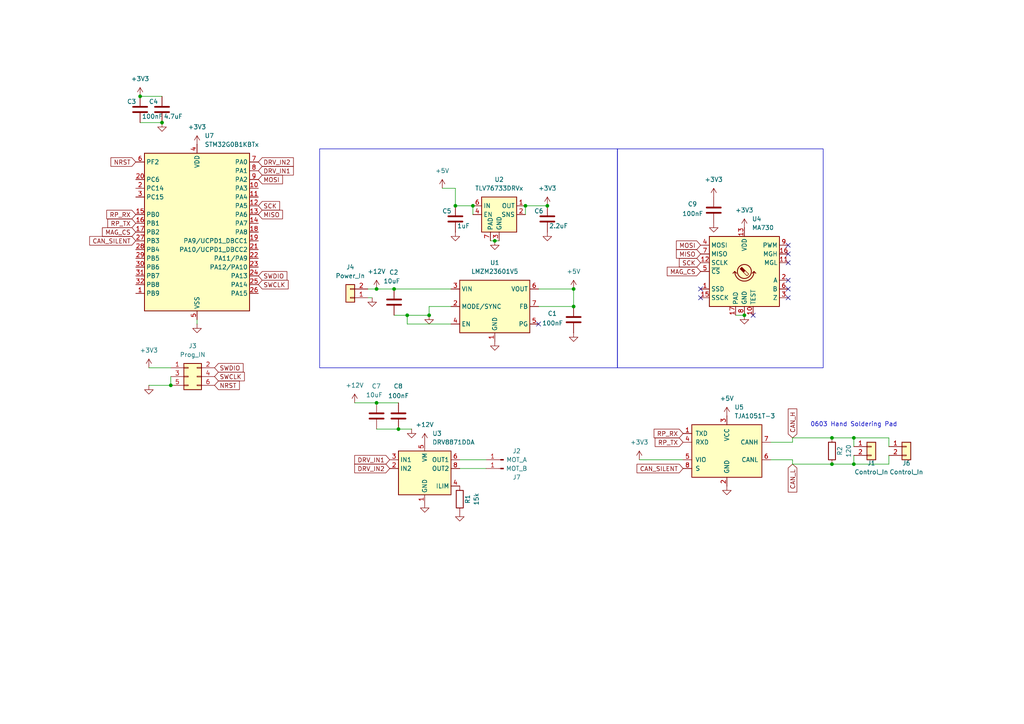
<source format=kicad_sch>
(kicad_sch (version 20231120) (generator "eeschema") (generator_version "8.0")
  (paper "A4")
  (lib_symbols
    (symbol "Connector:Conn_01x01_Pin" (pin_names (offset 1.016) hide)
      (property "Reference" "J" (at 0 2.54 0))
      (property "Value" "Conn_01x01_Pin" (at 0 -2.54 0))
      (symbol "Conn_01x01_Pin_1_1"
        (polyline (pts (xy 1.27 0) (xy 0.8636 0)) (stroke (width 0.1524)))
        (rectangle (start 0.8636 0.127) (end 0 -0.127) (stroke (width 0.1524)) (fill (type outline)))
        (pin passive line (at 5.08 0 180) (length 3.81) (name "Pin_1") (number "1"))
      )
    )
    (symbol "Connector_Generic:Conn_01x02" (pin_names (offset 1.016) hide)
      (property "Reference" "J" (at 0 2.54 0))
      (property "Value" "Conn_01x02" (at 0 -5.08 0))
      (symbol "Conn_01x02_1_1"
        (rectangle (start -1.27 -2.413) (end 0 -2.667) (stroke (width 0.1524)))
        (rectangle (start -1.27 0.127) (end 0 -0.127) (stroke (width 0.1524)))
        (rectangle (start -1.27 1.27) (end 1.27 -3.81) (stroke (width 0.254)) (fill (type background)))
        (pin passive line (at -5.08 0 0) (length 3.81) (name "Pin_1") (number "1"))
        (pin passive line (at -5.08 -2.54 0) (length 3.81) (name "Pin_2") (number "2"))
      )
    )
    (symbol "Connector_Generic:Conn_02x03_Odd_Even" (pin_names (offset 1.016) hide)
      (property "Reference" "J" (at 1.27 5.08 0))
      (property "Value" "Conn_02x03_Odd_Even" (at 1.27 -5.08 0))
      (symbol "Conn_02x03_Odd_Even_1_1"
        (rectangle (start -1.27 -2.413) (end 0 -2.667) (stroke (width 0.1524)))
        (rectangle (start -1.27 0.127) (end 0 -0.127) (stroke (width 0.1524)))
        (rectangle (start -1.27 2.667) (end 0 2.413) (stroke (width 0.1524)))
        (rectangle (start -1.27 3.81) (end 3.81 -3.81) (stroke (width 0.254)) (fill (type background)))
        (rectangle (start 3.81 -2.413) (end 2.54 -2.667) (stroke (width 0.1524)))
        (rectangle (start 3.81 0.127) (end 2.54 -0.127) (stroke (width 0.1524)))
        (rectangle (start 3.81 2.667) (end 2.54 2.413) (stroke (width 0.1524)))
        (pin passive line (at -5.08 2.54 0) (length 3.81) (name "Pin_1") (number "1"))
        (pin passive line (at 7.62 2.54 180) (length 3.81) (name "Pin_2") (number "2"))
        (pin passive line (at -5.08 0 0) (length 3.81) (name "Pin_3") (number "3"))
        (pin passive line (at 7.62 0 180) (length 3.81) (name "Pin_4") (number "4"))
        (pin passive line (at -5.08 -2.54 0) (length 3.81) (name "Pin_5") (number "5"))
        (pin passive line (at 7.62 -2.54 180) (length 3.81) (name "Pin_6") (number "6"))
      )
    )
    (symbol "Device:C" (pin_numbers hide) (pin_names (offset 0.254))
      (property "Reference" "C" (at 0.635 2.54 0))
      (property "Value" "C" (at 0.635 -2.54 0))
      (symbol "C_0_1"
        (polyline (pts (xy -2.032 -0.762) (xy 2.032 -0.762)) (stroke (width 0.508)))
        (polyline (pts (xy -2.032 0.762) (xy 2.032 0.762)) (stroke (width 0.508)))
      )
      (symbol "C_1_1"
        (pin passive line (at 0 3.81 270) (length 2.794) (name "~") (number "1"))
        (pin passive line (at 0 -3.81 90) (length 2.794) (name "~") (number "2"))
      )
    )
    (symbol "Device:R" (pin_numbers hide) (pin_names (offset 0))
      (property "Reference" "R" (at 2.032 0 90))
      (property "Value" "R" (at 0 0 90))
      (symbol "R_0_1"
        (rectangle (start -1.016 -2.54) (end 1.016 2.54) (stroke (width 0.254)))
      )
      (symbol "R_1_1"
        (pin passive line (at 0 3.81 270) (length 1.27) (name "~") (number "1"))
        (pin passive line (at 0 -3.81 90) (length 1.27) (name "~") (number "2"))
      )
    )
    (symbol "Driver_Motor:DRV8871DDA"
      (property "Reference" "U" (at -6.35 6.35 0))
      (property "Value" "DRV8871DDA" (at 8.89 6.35 0))
      (symbol "DRV8871DDA_0_1"
        (rectangle (start -7.62 5.08) (end 7.62 -7.62) (stroke (width 0.254)) (fill (type background)))
      )
      (symbol "DRV8871DDA_1_1"
        (pin power_in line (at 0 -10.16 90) (length 2.54) (name "GND") (number "1"))
        (pin input line (at -10.16 0 0) (length 2.54) (name "IN2") (number "2"))
        (pin input line (at -10.16 2.54 0) (length 2.54) (name "IN1") (number "3"))
        (pin passive line (at 10.16 -5.08 180) (length 2.54) (name "ILIM") (number "4"))
        (pin power_in line (at 0 7.62 270) (length 2.54) (name "VM") (number "5"))
        (pin output line (at 10.16 2.54 180) (length 2.54) (name "OUT1") (number "6"))
        (pin passive line (at 0 -10.16 90) (length 2.54) hide (name "GND") (number "7"))
        (pin output line (at 10.16 0 180) (length 2.54) (name "OUT2") (number "8"))
        (pin passive line (at 0 -10.16 90) (length 2.54) hide (name "GND") (number "9"))
      )
    )
    (symbol "Interface_CAN_LIN:TJA1051T-3" (pin_names (offset 1.016))
      (property "Reference" "U" (at -10.16 8.89 0))
      (property "Value" "TJA1051T-3" (at 1.27 8.89 0))
      (symbol "TJA1051T-3_0_1"
        (rectangle (start -10.16 7.62) (end 10.16 -7.62) (stroke (width 0.254)) (fill (type background)))
      )
      (symbol "TJA1051T-3_1_1"
        (pin input line (at -12.7 5.08 0) (length 2.54) (name "TXD") (number "1"))
        (pin power_in line (at 0 -10.16 90) (length 2.54) (name "GND") (number "2"))
        (pin power_in line (at 0 10.16 270) (length 2.54) (name "VCC") (number "3"))
        (pin output line (at -12.7 2.54 0) (length 2.54) (name "RXD") (number "4"))
        (pin power_in line (at -12.7 -2.54 0) (length 2.54) (name "VIO") (number "5"))
        (pin bidirectional line (at 12.7 -2.54 180) (length 2.54) (name "CANL") (number "6"))
        (pin bidirectional line (at 12.7 2.54 180) (length 2.54) (name "CANH") (number "7"))
        (pin input line (at -12.7 -5.08 0) (length 2.54) (name "S") (number "8"))
      )
    )
    (symbol "MCU_ST_STM32G0:STM32G0B1KBTx"
      (property "Reference" "U" (at -15.24 24.13 0))
      (property "Value" "STM32G0B1KBTx" (at 2.54 24.13 0))
      (symbol "STM32G0B1KBTx_0_1"
        (rectangle (start -15.24 -22.86) (end 15.24 22.86) (stroke (width 0.254)) (fill (type background)))
      )
      (symbol "STM32G0B1KBTx_1_1"
        (pin bidirectional line (at -17.78 -17.78 0) (length 2.54) (name "PB9") (number "1"))
        (pin bidirectional line (at 17.78 12.7 180) (length 2.54) (name "PA3") (number "10"))
        (pin bidirectional line (at 17.78 10.16 180) (length 2.54) (name "PA4") (number "11"))
        (pin bidirectional line (at 17.78 7.62 180) (length 2.54) (name "PA5") (number "12"))
        (pin bidirectional line (at 17.78 5.08 180) (length 2.54) (name "PA6") (number "13"))
        (pin bidirectional line (at 17.78 2.54 180) (length 2.54) (name "PA7") (number "14"))
        (pin bidirectional line (at -17.78 5.08 0) (length 2.54) (name "PB0") (number "15"))
        (pin bidirectional line (at -17.78 2.54 0) (length 2.54) (name "PB1") (number "16"))
        (pin bidirectional line (at -17.78 0 0) (length 2.54) (name "PB2") (number "17"))
        (pin bidirectional line (at 17.78 0 180) (length 2.54) (name "PA8") (number "18"))
        (pin bidirectional line (at 17.78 -2.54 180) (length 2.54) (name "PA9/UCPD1_DBCC1") (number "19"))
        (pin bidirectional line (at -17.78 12.7 0) (length 2.54) (name "PC14") (number "2"))
        (pin bidirectional line (at -17.78 15.24 0) (length 2.54) (name "PC6") (number "20"))
        (pin bidirectional line (at 17.78 -5.08 180) (length 2.54) (name "PA10/UCPD1_DBCC2") (number "21"))
        (pin bidirectional line (at 17.78 -7.62 180) (length 2.54) (name "PA11/PA9") (number "22"))
        (pin bidirectional line (at 17.78 -10.16 180) (length 2.54) (name "PA12/PA10") (number "23"))
        (pin bidirectional line (at 17.78 -12.7 180) (length 2.54) (name "PA13") (number "24"))
        (pin bidirectional line (at 17.78 -15.24 180) (length 2.54) (name "PA14") (number "25"))
        (pin bidirectional line (at 17.78 -17.78 180) (length 2.54) (name "PA15") (number "26"))
        (pin bidirectional line (at -17.78 -2.54 0) (length 2.54) (name "PB3") (number "27"))
        (pin bidirectional line (at -17.78 -5.08 0) (length 2.54) (name "PB4") (number "28"))
        (pin bidirectional line (at -17.78 -7.62 0) (length 2.54) (name "PB5") (number "29"))
        (pin bidirectional line (at -17.78 10.16 0) (length 2.54) (name "PC15") (number "3"))
        (pin bidirectional line (at -17.78 -10.16 0) (length 2.54) (name "PB6") (number "30"))
        (pin bidirectional line (at -17.78 -12.7 0) (length 2.54) (name "PB7") (number "31"))
        (pin bidirectional line (at -17.78 -15.24 0) (length 2.54) (name "PB8") (number "32"))
        (pin power_in line (at 0 25.4 270) (length 2.54) (name "VDD") (number "4"))
        (pin power_in line (at 0 -25.4 90) (length 2.54) (name "VSS") (number "5"))
        (pin bidirectional line (at -17.78 20.32 0) (length 2.54) (name "PF2") (number "6"))
        (pin bidirectional line (at 17.78 20.32 180) (length 2.54) (name "PA0") (number "7"))
        (pin bidirectional line (at 17.78 17.78 180) (length 2.54) (name "PA1") (number "8"))
        (pin bidirectional line (at 17.78 15.24 180) (length 2.54) (name "PA2") (number "9"))
      )
    )
    (symbol "Regulator_Linear:TLV76733DRVx"
      (property "Reference" "U" (at 0 8.89 0))
      (property "Value" "TLV76733DRVx" (at 0 6.35 0))
      (symbol "TLV76733DRVx_0_1"
        (rectangle (start -5.08 -5.08) (end 5.08 5.08) (stroke (width 0.254)) (fill (type background)))
      )
      (symbol "TLV76733DRVx_1_1"
        (pin power_out line (at 7.62 2.54 180) (length 2.54) (name "OUT") (number "1"))
        (pin input line (at 7.62 0 180) (length 2.54) (name "SNS") (number "2"))
        (pin power_in line (at 0 -7.62 90) (length 2.54) (name "GND") (number "3"))
        (pin input line (at -7.62 0 0) (length 2.54) (name "EN") (number "4"))
        (pin passive line (at 0 -7.62 90) (length 2.54) hide (name "GND") (number "5"))
        (pin power_in line (at -7.62 2.54 0) (length 2.54) (name "IN") (number "6"))
        (pin passive line (at -2.54 -7.62 90) (length 2.54) (name "PAD") (number "7"))
      )
    )
    (symbol "Regulator_Switching:LMZM23601V5"
      (property "Reference" "U" (at -8.89 8.89 0))
      (property "Value" "LMZM23601V5" (at 6.35 8.89 0))
      (symbol "LMZM23601V5_0_1"
        (rectangle (start -10.16 7.62) (end 10.16 -7.62) (stroke (width 0.254)) (fill (type background)))
      )
      (symbol "LMZM23601V5_1_1"
        (pin power_in line (at 0 -10.16 90) (length 2.54) (name "GND") (number "1"))
        (pin no_connect line (at -2.54 -7.62 90) (length 2.54) hide (name "~") (number "10"))
        (pin passive line (at 0 -10.16 90) (length 2.54) hide (name "GND") (number "11"))
        (pin input line (at -12.7 0 0) (length 2.54) (name "MODE/SYNC") (number "2"))
        (pin power_in line (at -12.7 5.08 0) (length 2.54) (name "VIN") (number "3"))
        (pin input line (at -12.7 -5.08 0) (length 2.54) (name "EN") (number "4"))
        (pin open_collector line (at 12.7 -5.08 180) (length 2.54) (name "PG") (number "5"))
        (pin power_out line (at 12.7 5.08 180) (length 2.54) (name "VOUT") (number "6"))
        (pin input line (at 12.7 0 180) (length 2.54) (name "FB") (number "7"))
        (pin no_connect line (at 5.08 -7.62 90) (length 2.54) hide (name "~") (number "8"))
        (pin no_connect line (at 2.54 -7.62 90) (length 2.54) hide (name "~") (number "9"))
      )
    )
    (symbol "Sensor_Magnetic:MA730"
      (property "Reference" "U" (at -10.16 11.43 0))
      (property "Value" "MA730" (at 10.16 11.43 0))
      (symbol "MA730_0_1"
        (rectangle (start -10.16 10.16) (end 10.16 -10.16) (stroke (width 0.254)) (fill (type background)))
        (arc (start -2.794 0) (mid 0 -2.7819) (end 2.794 0) (stroke (width 0.254)))
        (polyline (pts (xy -2.794 0) (xy -3.302 -0.508)) (stroke (width 0.254)))
        (polyline (pts (xy -2.794 0) (xy -2.286 -0.508)) (stroke (width 0.254)))
        (polyline (pts (xy 2.794 0) (xy 2.286 -0.508)) (stroke (width 0.254)))
        (polyline (pts (xy 2.794 0) (xy 3.302 -0.508)) (stroke (width 0.254)))
      )
      (symbol "MA730_1_1"
        (polyline (pts (xy 0.254 0.254) (xy 1.27 -0.762) (xy 0.762 -1.27) (xy -0.254 -0.254)))
        (polyline (pts (xy -0.762 1.27) (xy 0.254 0.254) (xy -0.254 -0.254) (xy -1.27 0.762) (xy -1.016 1.016) (xy -0.762 1.27) (xy -0.635 1.143)) (fill (type outline)))
        (circle (center 0 0) (radius 2.032) (stroke (width 0.254)))
        (pin output line (at -12.7 -5.08 0) (length 2.54) (name "SSD") (number "1"))
        (pin passive line (at 2.54 -12.7 90) (length 2.54) (name "TEST") (number "10"))
        (pin output line (at 12.7 2.54 180) (length 2.54) (name "MGL") (number "11"))
        (pin input line (at -12.7 2.54 0) (length 2.54) (name "SCLK") (number "12"))
        (pin power_in line (at 0 12.7 270) (length 2.54) (name "VDD") (number "13"))
        (pin no_connect line (at 5.08 -10.16 90) (length 2.54) hide (name "NC") (number "14"))
        (pin input line (at -12.7 -7.62 0) (length 2.54) (name "SSCK") (number "15"))
        (pin output line (at 12.7 5.08 180) (length 2.54) (name "MGH") (number "16"))
        (pin input line (at -2.54 -12.7 90) (length 2.54) (name "PAD") (number "17"))
        (pin output line (at 12.7 -2.54 180) (length 2.54) (name "A") (number "2"))
        (pin output line (at 12.7 -7.62 180) (length 2.54) (name "Z") (number "3"))
        (pin input line (at -12.7 7.62 0) (length 2.54) (name "MOSI") (number "4"))
        (pin input line (at -12.7 0 0) (length 2.54) (name "~{CS}") (number "5"))
        (pin output line (at 12.7 -5.08 180) (length 2.54) (name "B") (number "6"))
        (pin output line (at -12.7 5.08 0) (length 2.54) (name "MISO") (number "7"))
        (pin power_in line (at 0 -12.7 90) (length 2.54) (name "GND") (number "8"))
        (pin output line (at 12.7 7.62 180) (length 2.54) (name "PWM") (number "9"))
      )
    )
    (symbol "power:+12V" (power) (pin_numbers hide) (pin_names (offset 0) hide)
      (property "Value" "+12V" (at 0 3.556 0))
      (symbol "+12V_0_1"
        (polyline (pts (xy -0.762 1.27) (xy 0 2.54)))
        (polyline (pts (xy 0 0) (xy 0 2.54)))
        (polyline (pts (xy 0 2.54) (xy 0.762 1.27)))
      )
      (symbol "+12V_1_1"
        (pin power_in line (at 0 0 90) (length 0) (name "~") (number "1"))
      )
    )
    (symbol "power:+3V3" (power) (pin_numbers hide) (pin_names (offset 0) hide)
      (property "Value" "+3V3" (at 0 3.556 0))
      (symbol "+3V3_0_1"
        (polyline (pts (xy -0.762 1.27) (xy 0 2.54)))
        (polyline (pts (xy 0 0) (xy 0 2.54)))
        (polyline (pts (xy 0 2.54) (xy 0.762 1.27)))
      )
      (symbol "+3V3_1_1"
        (pin power_in line (at 0 0 90) (length 0) (name "~") (number "1"))
      )
    )
    (symbol "power:+5V" (power) (pin_numbers hide) (pin_names (offset 0) hide)
      (property "Value" "+5V" (at 0 3.556 0))
      (symbol "+5V_0_1"
        (polyline (pts (xy -0.762 1.27) (xy 0 2.54)))
        (polyline (pts (xy 0 0) (xy 0 2.54)))
        (polyline (pts (xy 0 2.54) (xy 0.762 1.27)))
      )
      (symbol "+5V_1_1"
        (pin power_in line (at 0 0 90) (length 0) (name "~") (number "1"))
      )
    )
    (symbol "power:GND" (power) (pin_numbers hide) (pin_names (offset 0) hide)
      (property "Value" "GND" (at 0 -3.81 0))
      (symbol "GND_0_1"
        (polyline (pts (xy 0 0) (xy 0 -1.27) (xy 1.27 -1.27) (xy 0 -2.54) (xy -1.27 -1.27) (xy 0 -1.27)))
      )
      (symbol "GND_1_1"
        (pin power_in line (at 0 0 270) (length 0) (name "~") (number "1"))
      )
    )
  )
  (junction (at 215.9 91.44))
  (junction (at 118.11 91.44))
  (junction (at 109.22 116.84))
  (junction (at 114.3 83.82))
  (junction (at 115.57 124.46))
  (junction (at 241.3 127))
  (junction (at 143.51 69.85))
  (junction (at 109.22 83.82))
  (junction (at 152.4 59.69))
  (junction (at 137.16 59.69))
  (junction (at 241.3 134.62))
  (junction (at 247.65 127))
  (junction (at 247.65 134.62))
  (junction (at 46.99 35.56))
  (junction (at 132.08 59.69))
  (junction (at 124.46 91.44))
  (junction (at 166.37 88.9))
  (junction (at 49.53 111.76))
  (junction (at 166.37 83.82))
  (junction (at 40.64 27.94))
  (junction (at 158.75 59.69))
  (no_connect (at 156.21 93.98))
  (no_connect (at 203.2 86.36))
  (no_connect (at 228.6 81.28))
  (no_connect (at 228.6 71.12))
  (no_connect (at 203.2 83.82))
  (no_connect (at 228.6 73.66))
  (no_connect (at 228.6 86.36))
  (no_connect (at 228.6 83.82))
  (no_connect (at 218.44 91.44))
  (no_connect (at 228.6 76.2))
  (wire (pts (xy 152.4 59.69) (xy 152.4 62.23)))
  (wire (pts (xy 106.68 83.82) (xy 109.22 83.82)))
  (wire (pts (xy 143.51 69.85) (xy 142.24 69.85)))
  (wire (pts (xy 57.15 92.71) (xy 57.15 93.98)))
  (wire (pts (xy 257.81 132.08) (xy 257.81 134.62)))
  (wire (pts (xy 223.52 128.27) (xy 229.87 128.27)))
  (wire (pts (xy 132.08 54.61) (xy 132.08 59.69)))
  (wire (pts (xy 137.16 59.69) (xy 137.16 62.23)))
  (wire (pts (xy 247.65 134.62) (xy 247.65 132.08)))
  (wire (pts (xy 114.3 83.82) (xy 130.81 83.82)))
  (wire (pts (xy 144.78 69.85) (xy 143.51 69.85)))
  (wire (pts (xy 102.87 116.84) (xy 109.22 116.84)))
  (wire (pts (xy 241.3 134.62) (xy 247.65 134.62)))
  (wire (pts (xy 124.46 88.9) (xy 130.81 88.9)))
  (wire (pts (xy 118.11 91.44) (xy 124.46 91.44)))
  (wire (pts (xy 247.65 127) (xy 247.65 129.54)))
  (wire (pts (xy 49.53 111.76) (xy 49.53 109.22)))
  (wire (pts (xy 118.11 93.98) (xy 130.81 93.98)))
  (wire (pts (xy 40.64 35.56) (xy 46.99 35.56)))
  (wire (pts (xy 166.37 83.82) (xy 156.21 83.82)))
  (wire (pts (xy 257.81 129.54) (xy 257.81 127)))
  (wire (pts (xy 43.18 106.68) (xy 49.53 106.68)))
  (wire (pts (xy 156.21 88.9) (xy 166.37 88.9)))
  (wire (pts (xy 137.16 59.69) (xy 132.08 59.69)))
  (wire (pts (xy 106.68 86.36) (xy 107.95 86.36)))
  (wire (pts (xy 247.65 134.62) (xy 257.81 134.62)))
  (wire (pts (xy 118.11 91.44) (xy 118.11 93.98)))
  (wire (pts (xy 109.22 83.82) (xy 114.3 83.82)))
  (wire (pts (xy 128.27 54.61) (xy 132.08 54.61)))
  (wire (pts (xy 223.52 133.35) (xy 229.87 133.35)))
  (wire (pts (xy 185.42 133.35) (xy 198.12 133.35)))
  (wire (pts (xy 241.3 127) (xy 247.65 127)))
  (wire (pts (xy 152.4 59.69) (xy 158.75 59.69)))
  (wire (pts (xy 241.3 127) (xy 229.87 127)))
  (wire (pts (xy 114.3 91.44) (xy 118.11 91.44)))
  (wire (pts (xy 140.97 135.89) (xy 133.35 135.89)))
  (wire (pts (xy 247.65 127) (xy 257.81 127)))
  (wire (pts (xy 124.46 91.44) (xy 124.46 88.9)))
  (wire (pts (xy 40.64 27.94) (xy 46.99 27.94)))
  (wire (pts (xy 115.57 116.84) (xy 109.22 116.84)))
  (wire (pts (xy 166.37 88.9) (xy 166.37 83.82)))
  (wire (pts (xy 229.87 133.35) (xy 229.87 134.62)))
  (wire (pts (xy 119.38 124.46) (xy 115.57 124.46)))
  (wire (pts (xy 213.36 91.44) (xy 215.9 91.44)))
  (wire (pts (xy 229.87 128.27) (xy 229.87 127)))
  (wire (pts (xy 241.3 134.62) (xy 229.87 134.62)))
  (wire (pts (xy 140.97 133.35) (xy 133.35 133.35)))
  (wire (pts (xy 115.57 124.46) (xy 109.22 124.46)))
  (wire (pts (xy 43.18 111.76) (xy 49.53 111.76)))
  (rectangle (start 92.71 43.18) (end 179.07 106.68))
  (rectangle (start 179.07 43.18) (end 238.76 106.68))
  (text "0603 Hand Soldering Pad" (at 247.65 123.19 0) (effects (font (size 1.27 1.27))))
  (global_label "DRV_IN2" (shape input) (at 113.03 135.89 180) (property "Intersheetrefs" "${INTERSHEET_REFS}" (effects (hide yes))))
  (global_label "MISO" (shape input) (at 203.2 73.66 180) (property "Intersheetrefs" "${INTERSHEET_REFS}" (effects (hide yes))))
  (global_label "CAN_SILENT" (shape input) (at 198.12 135.89 180) (property "Intersheetrefs" "${INTERSHEET_REFS}" (effects (hide yes))))
  (global_label "SWDIO" (shape input) (at 74.93 80.01 0) (property "Intersheetrefs" "${INTERSHEET_REFS}" (effects (hide yes))))
  (global_label "MAG_CS" (shape input) (at 39.37 67.31 180) (property "Intersheetrefs" "${INTERSHEET_REFS}" (effects (hide yes))))
  (global_label "MAG_CS" (shape input) (at 203.2 78.74 180) (property "Intersheetrefs" "${INTERSHEET_REFS}" (effects (hide yes))))
  (global_label "SCK" (shape input) (at 203.2 76.2 180) (property "Intersheetrefs" "${INTERSHEET_REFS}" (effects (hide yes))))
  (global_label "RP_RX" (shape input) (at 198.12 125.73 180) (property "Intersheetrefs" "${INTERSHEET_REFS}" (effects (hide yes))))
  (global_label "DRV_IN1" (shape input) (at 113.03 133.35 180) (property "Intersheetrefs" "${INTERSHEET_REFS}" (effects (hide yes))))
  (global_label "DRV_IN1" (shape input) (at 74.93 49.53 0) (property "Intersheetrefs" "${INTERSHEET_REFS}" (effects (hide yes))))
  (global_label "SWCLK" (shape input) (at 74.93 82.55 0) (property "Intersheetrefs" "${INTERSHEET_REFS}" (effects (hide yes))))
  (global_label "DRV_IN2" (shape input) (at 74.93 46.99 0) (property "Intersheetrefs" "${INTERSHEET_REFS}" (effects (hide yes))))
  (global_label "RP_RX" (shape input) (at 39.37 62.23 180) (property "Intersheetrefs" "${INTERSHEET_REFS}" (effects (hide yes))))
  (global_label "CAN_H" (shape input) (at 229.87 127 90) (property "Intersheetrefs" "${INTERSHEET_REFS}" (effects (hide yes))))
  (global_label "MISO" (shape input) (at 74.93 62.23 0) (property "Intersheetrefs" "${INTERSHEET_REFS}" (effects (hide yes))))
  (global_label "RP_TX" (shape input) (at 39.37 64.77 180) (property "Intersheetrefs" "${INTERSHEET_REFS}" (effects (hide yes))))
  (global_label "SWCLK" (shape input) (at 62.23 109.22 0) (property "Intersheetrefs" "${INTERSHEET_REFS}" (effects (hide yes))))
  (global_label "CAN_SILENT" (shape input) (at 39.37 69.85 180) (property "Intersheetrefs" "${INTERSHEET_REFS}" (effects (hide yes))))
  (global_label "SCK" (shape input) (at 74.93 59.69 0) (property "Intersheetrefs" "${INTERSHEET_REFS}" (effects (hide yes))))
  (global_label "MOSI" (shape input) (at 203.2 71.12 180) (property "Intersheetrefs" "${INTERSHEET_REFS}" (effects (hide yes))))
  (global_label "CAN_L" (shape input) (at 229.87 134.62 270) (property "Intersheetrefs" "${INTERSHEET_REFS}" (effects (hide yes))))
  (global_label "MOSI" (shape input) (at 74.93 52.07 0) (property "Intersheetrefs" "${INTERSHEET_REFS}" (effects (hide yes))))
  (global_label "SWDIO" (shape input) (at 62.23 106.68 0) (property "Intersheetrefs" "${INTERSHEET_REFS}" (effects (hide yes))))
  (global_label "NRST" (shape input) (at 62.23 111.76 0) (property "Intersheetrefs" "${INTERSHEET_REFS}" (effects (hide yes))))
  (global_label "RP_TX" (shape input) (at 198.12 128.27 180) (property "Intersheetrefs" "${INTERSHEET_REFS}" (effects (hide yes))))
  (global_label "NRST" (shape input) (at 39.37 46.99 180) (property "Intersheetrefs" "${INTERSHEET_REFS}" (effects (hide yes))))
  (symbol (lib_id "power:+3V3") (at 40.64 27.94 0) (unit 1)
    (property "Reference" "#PWR03" (effects (hide yes)))
    (property "Value" "+3V3" (at 40.64 22.86 0))
    (property "Description" "Power symbol creates a global label with name \"+3V3\"" (effects (hide yes)))
  )
  (symbol (lib_id "power:GND") (at 119.38 124.46 0) (unit 1)
    (property "Reference" "#PWR016" (effects (hide yes)))
    (property "Value" "GND" (effects (hide yes)))
    (property "Description" "Power symbol creates a global label with name \"GND\" , ground" (effects (hide yes)))
  )
  (symbol (lib_id "power:+5V") (at 166.37 83.82 0) (unit 1)
    (property "Reference" "#PWR02" (effects (hide yes)))
    (property "Value" "+5V" (at 166.37 78.74 0))
    (property "Description" "Power symbol creates a global label with name \"+5V\"" (effects (hide yes)))
  )
  (symbol (lib_id "power:GND") (at 132.08 67.31 0) (unit 1)
    (property "Reference" "#PWR09" (effects (hide yes)))
    (property "Value" "GND" (effects (hide yes)))
    (property "Description" "Power symbol creates a global label with name \"GND\" , ground" (effects (hide yes)))
  )
  (symbol (lib_id "Device:C") (at 46.99 31.75 0) (unit 1)
    (property "Reference" "C4" (at 43.18 29.464 0) (effects (justify left)))
    (property "Value" "4.7uF" (at 47.498 33.782 0) (effects (justify left)))
    (property "Footprint" "Capacitor_SMD:C_0402_1005Metric" (effects (hide yes)))
    (property "Description" "Unpolarized capacitor" (effects (hide yes)))
  )
  (symbol (lib_id "power:+5V") (at 128.27 54.61 0) (unit 1)
    (property "Reference" "#PWR026" (effects (hide yes)))
    (property "Value" "+5V" (at 128.27 49.53 0))
    (property "Description" "Power symbol creates a global label with name \"+5V\"" (effects (hide yes)))
  )
  (symbol (lib_id "Connector_Generic:Conn_02x03_Odd_Even") (at 54.61 109.22 0) (unit 1)
    (property "Reference" "J3" (at 55.88 100.33 0))
    (property "Value" "Prog_IN" (at 55.88 102.87 0))
    (property "Footprint" "Connector_PinHeader_1.27mm:PinHeader_2x03_P1.27mm_Vertical" (effects (hide yes)))
    (property "Description" "Generic connector, double row, 02x03, odd/even pin numbering scheme (row 1 odd numbers, row 2 even numbers), script generated (kicad-library-utils/schlib/autogen/connector/)" (effects (hide yes)))
  )
  (symbol (lib_id "power:+3V3") (at 43.18 106.68 0) (unit 1)
    (property "Reference" "#PWR025" (effects (hide yes)))
    (property "Value" "+3V3" (at 43.18 101.6 0))
    (property "Description" "Power symbol creates a global label with name \"+3V3\"" (effects (hide yes)))
  )
  (symbol (lib_id "power:+3V3") (at 158.75 59.69 0) (unit 1)
    (property "Reference" "#PWR011" (effects (hide yes)))
    (property "Value" "+3V3" (at 158.75 54.61 0))
    (property "Description" "Power symbol creates a global label with name \"+3V3\"" (effects (hide yes)))
  )
  (symbol (lib_id "Device:R") (at 241.3 130.81 0) (mirror y) (unit 1)
    (property "Reference" "R2" (at 243.586 130.81 90))
    (property "Value" "120" (at 246.126 130.81 90))
    (property "Footprint" "Resistor_SMD:R_0603_1608Metric_Pad0.98x0.95mm_HandSolder" (effects (hide yes)))
    (property "Description" "Resistor" (effects (hide yes)))
  )
  (symbol (lib_id "Connector:Conn_01x01_Pin") (at 146.05 133.35 0) (mirror y) (unit 1)
    (property "Reference" "J2" (at 149.86 130.81 0))
    (property "Value" "MOT_A" (at 149.86 133.35 0))
    (property "Footprint" "Connector_Wire:SolderWire-1sqmm_1x01_D1.4mm_OD2.7mm" (effects (hide yes)))
    (property "Description" "Generic connector, single row, 01x01, script generated" (effects (hide yes)))
  )
  (symbol (lib_id "power:+3V3") (at 57.15 41.91 0) (unit 1)
    (property "Reference" "#PWR031" (effects (hide yes)))
    (property "Value" "+3V3" (at 57.15 36.83 0))
    (property "Description" "Power symbol creates a global label with name \"+3V3\"" (effects (hide yes)))
  )
  (symbol (lib_id "Connector_Generic:Conn_01x02") (at 262.89 129.54 0) (unit 1)
    (property "Reference" "J6" (at 262.89 134.366 0))
    (property "Value" "Control_In" (at 262.89 136.906 0))
    (property "Footprint" "Connector_JST:JST_XH_B2B-XH-A_1x02_P2.50mm_Vertical" (effects (hide yes)))
    (property "Description" "Generic connector, single row, 01x02, script generated (kicad-library-utils/schlib/autogen/connector/)" (effects (hide yes)))
  )
  (symbol (lib_id "power:GND") (at 46.99 35.56 0) (unit 1)
    (property "Reference" "#PWR04" (effects (hide yes)))
    (property "Value" "GND" (effects (hide yes)))
    (property "Description" "Power symbol creates a global label with name \"GND\" , ground" (effects (hide yes)))
  )
  (symbol (lib_id "power:GND") (at 107.95 86.36 0) (unit 1)
    (property "Reference" "#PWR07" (effects (hide yes)))
    (property "Value" "GND" (effects (hide yes)))
    (property "Description" "Power symbol creates a global label with name \"GND\" , ground" (effects (hide yes)))
  )
  (symbol (lib_id "power:GND") (at 143.51 69.85 0) (unit 1)
    (property "Reference" "#PWR010" (effects (hide yes)))
    (property "Value" "GND" (effects (hide yes)))
    (property "Description" "Power symbol creates a global label with name \"GND\" , ground" (effects (hide yes)))
  )
  (symbol (lib_id "power:+3V3") (at 215.9 66.04 0) (unit 1)
    (property "Reference" "#PWR019" (effects (hide yes)))
    (property "Value" "+3V3" (at 215.9 60.96 0))
    (property "Description" "Power symbol creates a global label with name \"+3V3\"" (effects (hide yes)))
  )
  (symbol (lib_id "power:+12V") (at 109.22 83.82 0) (unit 1)
    (property "Reference" "#PWR08" (effects (hide yes)))
    (property "Value" "+12V" (at 109.22 78.74 0))
    (property "Description" "Power symbol creates a global label with name \"+12V\"" (effects (hide yes)))
  )
  (symbol (lib_id "Regulator_Linear:TLV76733DRVx") (at 144.78 62.23 0) (unit 1)
    (property "Reference" "U2" (at 144.78 52.07 0))
    (property "Value" "TLV76733DRVx" (at 144.78 54.61 0))
    (property "Footprint" "Package_SON:WSON-6-1EP_2x2mm_P0.65mm_EP1x1.6mm_ThermalVias" (effects (hide yes)))
    (property "Datasheet" "www.ti.com/lit/gpn/TLV767" (effects (hide yes)))
    (property "Description" "1A Precision Linear Voltage Regulator, with enable pin, Fixed Output 3.3V, WSON6" (effects (hide yes)))
  )
  (symbol (lib_id "Connector_Generic:Conn_01x02") (at 252.73 129.54 0) (unit 1)
    (property "Reference" "J1" (at 252.73 134.366 0))
    (property "Value" "Control_In" (at 252.73 136.906 0))
    (property "Footprint" "Connector_JST:JST_XH_B2B-XH-A_1x02_P2.50mm_Vertical" (effects (hide yes)))
    (property "Description" "Generic connector, single row, 01x02, script generated (kicad-library-utils/schlib/autogen/connector/)" (effects (hide yes)))
  )
  (symbol (lib_id "Device:C") (at 115.57 120.65 180) (unit 1)
    (property "Reference" "C8" (at 116.84 112.014 0) (effects (justify left)))
    (property "Value" "100nF" (at 118.618 114.808 0) (effects (justify left)))
    (property "Footprint" "Capacitor_SMD:C_0603_1608Metric" (effects (hide yes)))
    (property "Description" "Unpolarized capacitor" (effects (hide yes)))
  )
  (symbol (lib_id "power:+3V3") (at 185.42 133.35 0) (unit 1)
    (property "Reference" "#PWR029" (effects (hide yes)))
    (property "Value" "+3V3" (at 185.42 128.27 0))
    (property "Description" "Power symbol creates a global label with name \"+3V3\"" (effects (hide yes)))
  )
  (symbol (lib_id "Connector_Generic:Conn_01x02") (at 101.6 86.36 180) (unit 1)
    (property "Reference" "J4" (at 101.6 77.47 0))
    (property "Value" "Power_In" (at 101.6 80.01 0))
    (property "Footprint" "Connector_AMASS:AMASS_XT30UPB-M_1x02_P5.0mm_Vertical" (effects (hide yes)))
    (property "Description" "Generic connector, single row, 01x02, script generated (kicad-library-utils/schlib/autogen/connector/)" (effects (hide yes)))
  )
  (symbol (lib_id "Device:R") (at 133.35 144.78 0) (mirror y) (unit 1)
    (property "Reference" "R1" (at 135.636 144.78 90))
    (property "Value" "15k" (at 138.176 144.78 90))
    (property "Footprint" "Resistor_SMD:R_0402_1005Metric" (effects (hide yes)))
    (property "Description" "Resistor" (effects (hide yes)))
  )
  (symbol (lib_id "power:+3V3") (at 207.01 57.15 0) (unit 1)
    (property "Reference" "#PWR014" (effects (hide yes)))
    (property "Value" "+3V3" (at 207.01 52.07 0))
    (property "Description" "Power symbol creates a global label with name \"+3V3\"" (effects (hide yes)))
  )
  (symbol (lib_id "power:GND") (at 215.9 91.44 0) (unit 1)
    (property "Reference" "#PWR020" (effects (hide yes)))
    (property "Value" "GND" (effects (hide yes)))
    (property "Description" "Power symbol creates a global label with name \"GND\" , ground" (effects (hide yes)))
  )
  (symbol (lib_id "Device:C") (at 166.37 92.71 180) (unit 1)
    (property "Reference" "C1" (at 161.544 90.932 0) (effects (justify left)))
    (property "Value" "100nF" (at 163.322 93.726 0) (effects (justify left)))
    (property "Footprint" "Capacitor_SMD:C_0402_1005Metric" (effects (hide yes)))
    (property "Description" "Unpolarized capacitor" (effects (hide yes)))
  )
  (symbol (lib_id "Connector:Conn_01x01_Pin") (at 146.05 135.89 0) (mirror y) (unit 1)
    (property "Reference" "J7" (at 149.86 138.43 0))
    (property "Value" "MOT_B" (at 149.86 135.89 0))
    (property "Footprint" "Connector_Wire:SolderWire-1sqmm_1x01_D1.4mm_OD2.7mm" (effects (hide yes)))
    (property "Description" "Generic connector, single row, 01x01, script generated" (effects (hide yes)))
  )
  (symbol (lib_id "power:GND") (at 57.15 93.98 0) (unit 1)
    (property "Reference" "#PWR06" (effects (hide yes)))
    (property "Value" "GND" (effects (hide yes)))
    (property "Description" "Power symbol creates a global label with name \"GND\" , ground" (effects (hide yes)))
  )
  (symbol (lib_id "power:GND") (at 43.18 111.76 0) (unit 1)
    (property "Reference" "#PWR027" (effects (hide yes)))
    (property "Value" "GND" (effects (hide yes)))
    (property "Description" "Power symbol creates a global label with name \"GND\" , ground" (effects (hide yes)))
  )
  (symbol (lib_id "power:GND") (at 158.75 67.31 0) (unit 1)
    (property "Reference" "#PWR012" (effects (hide yes)))
    (property "Value" "GND" (effects (hide yes)))
    (property "Description" "Power symbol creates a global label with name \"GND\" , ground" (effects (hide yes)))
  )
  (symbol (lib_id "power:GND") (at 124.46 91.44 0) (unit 1)
    (property "Reference" "#PWR024" (effects (hide yes)))
    (property "Value" "GND" (effects (hide yes)))
    (property "Description" "Power symbol creates a global label with name \"GND\" , ground" (effects (hide yes)))
  )
  (symbol (lib_id "power:GND") (at 133.35 148.59 0) (unit 1)
    (property "Reference" "#PWR021" (effects (hide yes)))
    (property "Value" "GND" (effects (hide yes)))
    (property "Description" "Power symbol creates a global label with name \"GND\" , ground" (effects (hide yes)))
  )
  (symbol (lib_id "MCU_ST_STM32G0:STM32G0B1KBTx") (at 57.15 67.31 0) (unit 1)
    (property "Reference" "U7" (at 59.3441 39.37 0) (effects (justify left)))
    (property "Value" "STM32G0B1KBTx" (at 59.3441 41.91 0) (effects (justify left)))
    (property "Footprint" "Package_QFP:LQFP-32_7x7mm_P0.8mm" (effects (hide yes)))
    (property "Datasheet" "https://www.st.com/resource/en/datasheet/stm32g0b1kb.pdf" (effects (hide yes)))
    (property "Description" "STMicroelectronics Arm Cortex-M0+ MCU, 128KB flash, 144KB RAM, 64 MHz, 1.7-3.6V, 30 GPIO, LQFP32" (effects (hide yes)))
  )
  (symbol (lib_id "power:+5V") (at 210.82 120.65 0) (unit 1)
    (property "Reference" "#PWR028" (effects (hide yes)))
    (property "Value" "+5V" (at 210.82 115.57 0))
    (property "Description" "Power symbol creates a global label with name \"+5V\"" (effects (hide yes)))
  )
  (symbol (lib_id "Device:C") (at 109.22 120.65 180) (unit 1)
    (property "Reference" "C7" (at 110.49 112.014 0) (effects (justify left)))
    (property "Value" "10uF" (at 110.998 114.554 0) (effects (justify left)))
    (property "Footprint" "Capacitor_SMD:C_1206_3216Metric" (effects (hide yes)))
    (property "Description" "Unpolarized capacitor" (effects (hide yes)))
  )
  (symbol (lib_id "Interface_CAN_LIN:TJA1051T-3") (at 210.82 130.81 0) (unit 1)
    (property "Reference" "U5" (at 213.0141 118.11 0) (effects (justify left)))
    (property "Value" "TJA1051T-3" (at 213.0141 120.65 0) (effects (justify left)))
    (property "Footprint" "Package_SO:SOIC-8_3.9x4.9mm_P1.27mm" (effects (hide yes)))
    (property "Datasheet" "http://www.nxp.com/docs/en/data-sheet/TJA1051.pdf" (effects (hide yes)))
    (property "Description" "High-Speed CAN Transceiver, separate VIO, silent mode, SOIC-8" (effects (hide yes)))
  )
  (symbol (lib_id "Driver_Motor:DRV8871DDA") (at 123.19 135.89 0) (unit 1)
    (property "Reference" "U3" (at 125.3841 125.73 0) (effects (justify left)))
    (property "Value" "DRV8871DDA" (at 125.3841 128.27 0) (effects (justify left)))
    (property "Footprint" "Package_SO:Texas_HTSOP-8-1EP_3.9x4.9mm_P1.27mm_EP2.95x4.9mm_Mask2.4x3.1mm_ThermalVias" (effects (hide yes)))
    (property "Datasheet" "http://www.ti.com/lit/ds/symlink/drv8871.pdf" (effects (hide yes)))
    (property "Description" "Brushed DC Motor Driver, PWM Control, 45V, 3.6A, Current limiting, HTSOP-8" (effects (hide yes)))
  )
  (symbol (lib_id "power:GND") (at 207.01 64.77 0) (unit 1)
    (property "Reference" "#PWR015" (effects (hide yes)))
    (property "Value" "GND" (effects (hide yes)))
    (property "Description" "Power symbol creates a global label with name \"GND\" , ground" (effects (hide yes)))
  )
  (symbol (lib_id "Device:C") (at 158.75 63.5 0) (unit 1)
    (property "Reference" "C6" (at 154.94 61.214 0) (effects (justify left)))
    (property "Value" "2.2uF" (at 159.258 65.532 0) (effects (justify left)))
    (property "Footprint" "Capacitor_SMD:C_0402_1005Metric" (effects (hide yes)))
    (property "Description" "Unpolarized capacitor" (effects (hide yes)))
  )
  (symbol (lib_id "Device:C") (at 132.08 63.5 0) (unit 1)
    (property "Reference" "C5" (at 128.27 61.214 0) (effects (justify left)))
    (property "Value" "1uF" (at 132.588 65.532 0) (effects (justify left)))
    (property "Footprint" "Capacitor_SMD:C_0402_1005Metric" (effects (hide yes)))
    (property "Description" "Unpolarized capacitor" (effects (hide yes)))
  )
  (symbol (lib_id "power:GND") (at 143.51 99.06 0) (unit 1)
    (property "Reference" "#PWR022" (effects (hide yes)))
    (property "Value" "GND" (effects (hide yes)))
    (property "Description" "Power symbol creates a global label with name \"GND\" , ground" (effects (hide yes)))
  )
  (symbol (lib_id "Device:C") (at 40.64 31.75 0) (unit 1)
    (property "Reference" "C3" (at 36.83 29.464 0) (effects (justify left)))
    (property "Value" "100nF" (at 41.148 33.782 0) (effects (justify left)))
    (property "Footprint" "Capacitor_SMD:C_0402_1005Metric" (effects (hide yes)))
    (property "Description" "Unpolarized capacitor" (effects (hide yes)))
  )
  (symbol (lib_id "Regulator_Switching:LMZM23601V5") (at 143.51 88.9 0) (unit 1)
    (property "Reference" "U1" (at 143.51 76.2 0))
    (property "Value" "LMZM23601V5" (at 143.51 78.74 0))
    (property "Footprint" "Package_LGA:Texas_SIL0010A_MicroSiP-10-1EP_3.8x3mm_P0.6mm_EP0.7x2.9mm_ThermalVias" (effects (hide yes)))
    (property "Datasheet" "http://www.ti.com/lit/ds/symlink/lmzm23601.pdf" (effects (hide yes)))
    (property "Description" "1A 5V Step-Down DC/DC Power Module in 3.8x3mm, MicroSIP-10" (effects (hide yes)))
  )
  (symbol (lib_id "Device:C") (at 207.01 60.96 180) (unit 1)
    (property "Reference" "C9" (at 202.184 59.182 0) (effects (justify left)))
    (property "Value" "100nF" (at 203.962 61.976 0) (effects (justify left)))
    (property "Footprint" "Capacitor_SMD:C_0402_1005Metric" (effects (hide yes)))
    (property "Description" "Unpolarized capacitor" (effects (hide yes)))
  )
  (symbol (lib_id "power:+12V") (at 123.19 128.27 0) (unit 1)
    (property "Reference" "#PWR017" (effects (hide yes)))
    (property "Value" "+12V" (at 123.19 123.19 0))
    (property "Description" "Power symbol creates a global label with name \"+12V\"" (effects (hide yes)))
  )
  (symbol (lib_id "power:+12V") (at 102.87 116.84 0) (unit 1)
    (property "Reference" "#PWR013" (effects (hide yes)))
    (property "Value" "+12V" (at 102.87 111.76 0))
    (property "Description" "Power symbol creates a global label with name \"+12V\"" (effects (hide yes)))
  )
  (symbol (lib_id "power:GND") (at 210.82 140.97 0) (unit 1)
    (property "Reference" "#PWR023" (effects (hide yes)))
    (property "Value" "GND" (effects (hide yes)))
    (property "Description" "Power symbol creates a global label with name \"GND\" , ground" (effects (hide yes)))
  )
  (symbol (lib_id "power:GND") (at 166.37 96.52 0) (unit 1)
    (property "Reference" "#PWR05" (effects (hide yes)))
    (property "Value" "GND" (effects (hide yes)))
    (property "Description" "Power symbol creates a global label with name \"GND\" , ground" (effects (hide yes)))
  )
  (symbol (lib_id "power:GND") (at 123.19 146.05 0) (unit 1)
    (property "Reference" "#PWR018" (effects (hide yes)))
    (property "Value" "GND" (effects (hide yes)))
    (property "Description" "Power symbol creates a global label with name \"GND\" , ground" (effects (hide yes)))
  )
  (symbol (lib_id "Sensor_Magnetic:MA730") (at 215.9 78.74 0) (unit 1)
    (property "Reference" "U4" (at 218.0941 63.5 0) (effects (justify left)))
    (property "Value" "MA730" (at 218.0941 66.04 0) (effects (justify left)))
    (property "Footprint" "Package_DFN_QFN:QFN-16-1EP_3x3mm_P0.5mm_EP1.75x1.75mm" (effects (hide yes)))
    (property "Datasheet" "https://www.monolithicpower.com/pub/media/document/m/a/ma730_r1.01.pdf" (effects (hide yes)))
    (property "Description" "Magnetic rotary angle sensor, 14-bit, SPI interface, ABZ, PWM, QFN-16" (effects (hide yes)))
  )
  (symbol (lib_id "Device:C") (at 114.3 87.63 180) (unit 1)
    (property "Reference" "C2" (at 115.57 78.994 0) (effects (justify left)))
    (property "Value" "10uF" (at 116.078 81.534 0) (effects (justify left)))
    (property "Footprint" "Capacitor_SMD:C_1206_3216Metric" (effects (hide yes)))
    (property "Description" "Unpolarized capacitor" (effects (hide yes)))
  )
)
</source>
